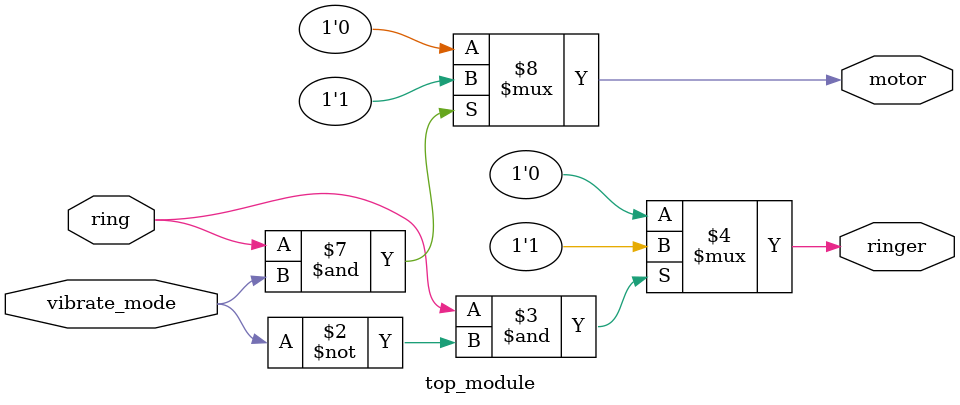
<source format=v>

module top_module (
    input ring,
    input vibrate_mode,
    output ringer,       // Make sound
    output motor         // Vibrate
);
    assign ringer = ((ring==1)&(vibrate_mode==0)) ? 1'b1:
        1'b0;
    assign motor = ((ring==1)&(vibrate_mode==1)) ? 1'b1:
        1'b0;
    
endmodule

</source>
